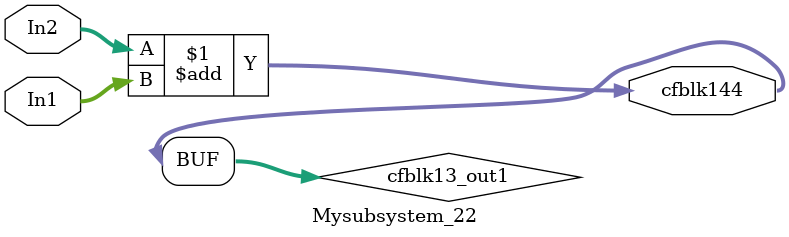
<source format=v>



`timescale 1 ns / 1 ns

module Mysubsystem_22
          (In1,
           In2,
           cfblk144);


  input   [7:0] In1;  // uint8
  input   [7:0] In2;  // uint8
  output  [7:0] cfblk144;  // uint8


  wire [7:0] cfblk13_out1;  // uint8


  assign cfblk13_out1 = In2 + In1;



  assign cfblk144 = cfblk13_out1;

endmodule  // Mysubsystem_22


</source>
